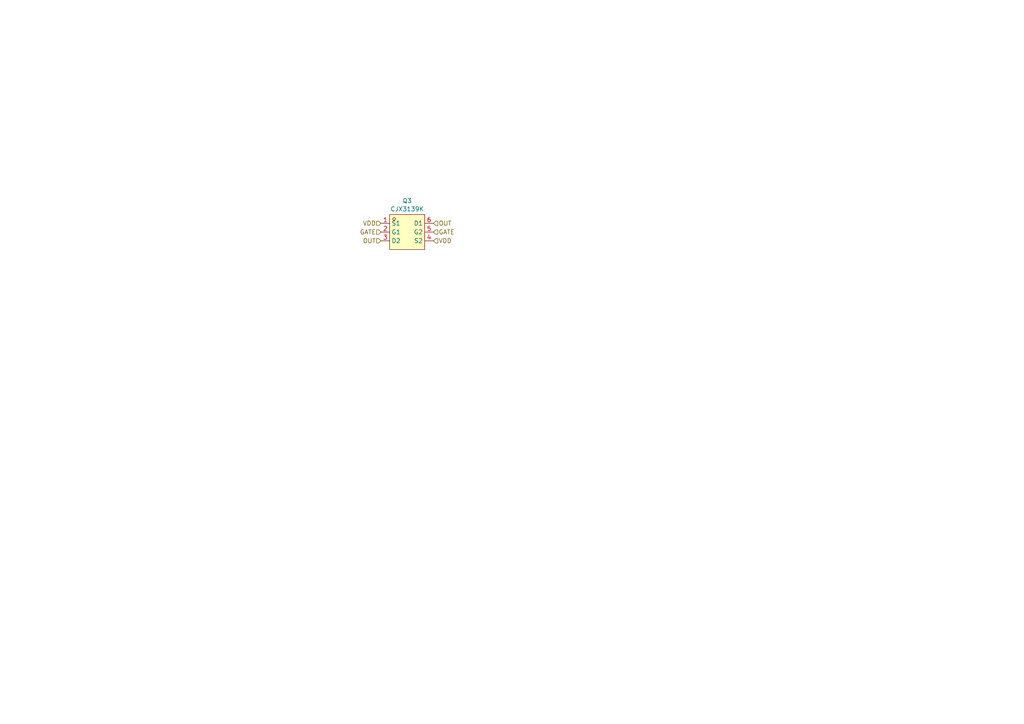
<source format=kicad_sch>
(kicad_sch (version 20250114) (generator "eeschema") (generator_version "9.0")
  (paper "A4")
  (lib_symbols
    (symbol "easyeda2kicad:CJX3139K"
      (property "Reference" "Q" (at 0 7.62 0))
      (property "Value" "CJX3139K" (at 0 -7.62 0))
      (symbol "CJX3139K_0_1"
        (rectangle (start -5.08 5.08) (end 5.08 -5.08) (fill (type background)))
        (circle (center -3.81 3.81) (radius 0.38))
        (pin unspecified line (at -7.62 2.54 0) (length 2.54) (name "S1") (number "1"))
        (pin unspecified line (at -7.62 0 0) (length 2.54) (name "G1") (number "2"))
        (pin unspecified line (at -7.62 -2.54 0) (length 2.54) (name "D2") (number "3"))
        (pin unspecified line (at 7.62 2.54 180) (length 2.54) (name "D1") (number "6"))
        (pin unspecified line (at 7.62 0 180) (length 2.54) (name "G2") (number "5"))
        (pin unspecified line (at 7.62 -2.54 180) (length 2.54) (name "S2") (number "4"))
      )
    )
  )
  (hierarchical_label "OUT" (shape input) (at 125.73 64.77 0))
  (hierarchical_label "GATE" (shape input) (at 125.73 67.31 0))
  (hierarchical_label "VDD" (shape input) (at 125.73 69.85 0))
  (hierarchical_label "VDD" (shape input) (at 110.49 64.77 180))
  (hierarchical_label "GATE" (shape input) (at 110.49 67.31 180))
  (hierarchical_label "OUT" (shape input) (at 110.49 69.85 180))
  (symbol (lib_id "easyeda2kicad:CJX3139K") (at 118.11 67.31 0) (unit 1)
    (property "Reference" "Q1" (at 118.11 58.2125 0))
    (property "Value" "CJX3139K" (at 118.11 60.6368 0))
    (property "Footprint" "easyeda2kicad:SOT-563_L1.6-W1.2-P0.50-LS1.6-BR" (effects (hide yes)))
    (property "Datasheet" "https://lcsc.com/product-detail/MOSFET_CJ-CJX3139K_C504144.html" (effects (hide yes)))
    (property "LCSC" "C504144" (effects (hide yes)))
    (instances (project "" (path "" (reference "Q3") (unit 1)) (path "" (reference "Q11") (unit 1)) (path "" (reference "Q5") (unit 1)) (path "" (reference "Q12") (unit 1)) (path "" (reference "Q9") (unit 1)) (path "" (reference "Q16") (unit 1)) (path "" (reference "Q8") (unit 1)) (path "" (reference "Q10") (unit 1)) (path "" (reference "Q7") (unit 1)) (path "" (reference "Q14") (unit 1)) (path "" (reference "Q4") (unit 1)) (path "" (reference "Q6") (unit 1)) (path "" (reference "Q1") (unit 1)) (path "" (reference "Q2") (unit 1)) (path "" (reference "Q13") (unit 1)) (path "" (reference "Q15") (unit 1))))
  )
)
</source>
